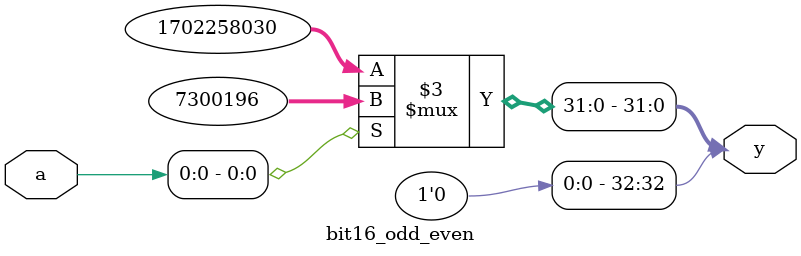
<source format=sv>
module bit16_odd_even(
        input [15:0]a,
        output [8*4:0]y);
assign y = ((a[0])==1'b0)?"even":"odd";
endmodule
</source>
